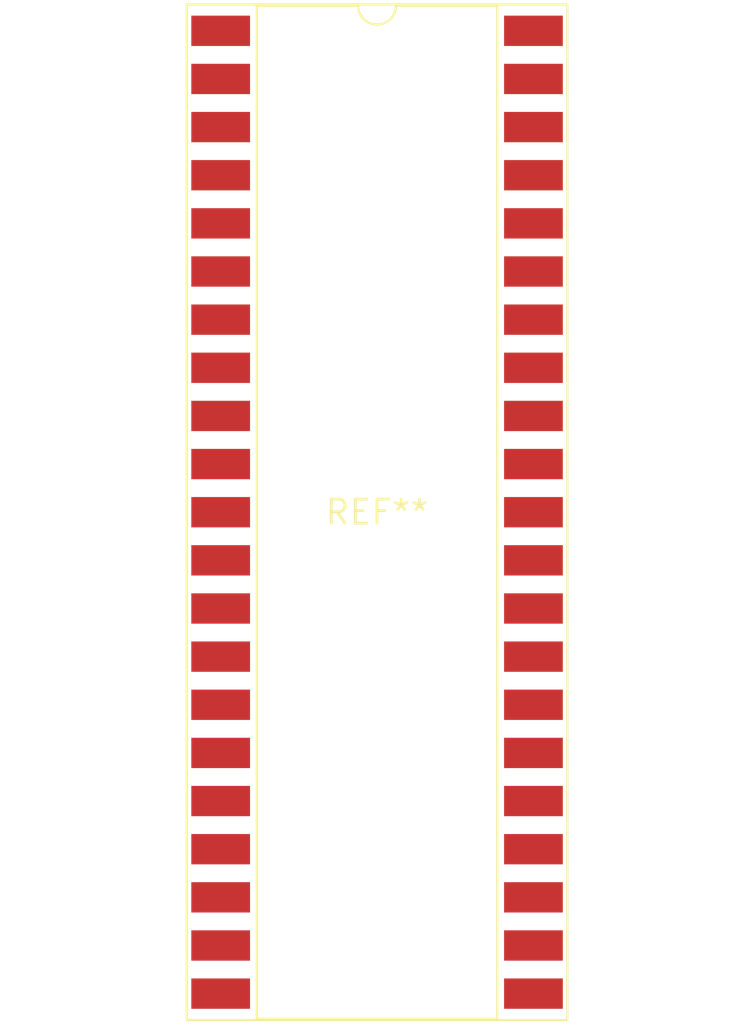
<source format=kicad_pcb>
(kicad_pcb (version 20240108) (generator pcbnew)
  (layers (0 "F.Cu" signal) (31 "B.Cu" signal) (34 "B.Paste" user) (35 "F.Paste" user) (36 "B.SilkS" user "B.Silkscreen") (37 "F.SilkS" user "F.Silkscreen") (38 "B.Mask" user) (39 "F.Mask" user) (44 "Edge.Cuts" user))
  (net 0 "")
  (footprint "DIP-42_W16.51mm_SMDSocket_LongPads" (layer "F.Cu") (at 0 0)
    (property "Reference" "REF**")
    (property "Value" "DIP-42_W16.51mm_SMDSocket_LongPads")
    (fp_line (start -10.045 -26.79) (end -10.045 26.79) (layer "F.SilkS") (stroke (width 0.12)))
    (fp_line (start -10.045 26.79) (end 10.045 26.79) (layer "F.SilkS") (stroke (width 0.12)))
    (fp_line (start -6.345 -26.73) (end -6.345 26.73) (layer "F.SilkS") (stroke (width 0.12)))
    (fp_line (start -6.345 26.73) (end 6.345 26.73) (layer "F.SilkS") (stroke (width 0.12)))
    (fp_line (start -1 -26.73) (end -6.345 -26.73) (layer "F.SilkS") (stroke (width 0.12)))
    (fp_line (start 6.345 -26.73) (end 1 -26.73) (layer "F.SilkS") (stroke (width 0.12)))
    (fp_line (start 6.345 26.73) (end 6.345 -26.73) (layer "F.SilkS") (stroke (width 0.12)))
    (fp_line (start 10.045 -26.79) (end -10.045 -26.79) (layer "F.SilkS") (stroke (width 0.12)))
    (fp_line (start 10.045 26.79) (end 10.045 -26.79) (layer "F.SilkS") (stroke (width 0.12)))
    (fp_arc (start 1 -26.73) (mid 0 -25.73) (end -1 -26.73) (layer "F.SilkS") (stroke (width 0.12)))
    (pad "1" smd rect (at -8.255 -25.4) (size 3.1 1.6) (layers "F.Cu" "F.Paste" "F.Mask"))
    (pad "2" smd rect (at -8.255 -22.86) (size 3.1 1.6) (layers "F.Cu" "F.Paste" "F.Mask"))
    (pad "3" smd rect (at -8.255 -20.32) (size 3.1 1.6) (layers "F.Cu" "F.Paste" "F.Mask"))
    (pad "4" smd rect (at -8.255 -17.78) (size 3.1 1.6) (layers "F.Cu" "F.Paste" "F.Mask"))
    (pad "5" smd rect (at -8.255 -15.24) (size 3.1 1.6) (layers "F.Cu" "F.Paste" "F.Mask"))
    (pad "6" smd rect (at -8.255 -12.7) (size 3.1 1.6) (layers "F.Cu" "F.Paste" "F.Mask"))
    (pad "7" smd rect (at -8.255 -10.16) (size 3.1 1.6) (layers "F.Cu" "F.Paste" "F.Mask"))
    (pad "8" smd rect (at -8.255 -7.62) (size 3.1 1.6) (layers "F.Cu" "F.Paste" "F.Mask"))
    (pad "9" smd rect (at -8.255 -5.08) (size 3.1 1.6) (layers "F.Cu" "F.Paste" "F.Mask"))
    (pad "10" smd rect (at -8.255 -2.54) (size 3.1 1.6) (layers "F.Cu" "F.Paste" "F.Mask"))
    (pad "11" smd rect (at -8.255 0) (size 3.1 1.6) (layers "F.Cu" "F.Paste" "F.Mask"))
    (pad "12" smd rect (at -8.255 2.54) (size 3.1 1.6) (layers "F.Cu" "F.Paste" "F.Mask"))
    (pad "13" smd rect (at -8.255 5.08) (size 3.1 1.6) (layers "F.Cu" "F.Paste" "F.Mask"))
    (pad "14" smd rect (at -8.255 7.62) (size 3.1 1.6) (layers "F.Cu" "F.Paste" "F.Mask"))
    (pad "15" smd rect (at -8.255 10.16) (size 3.1 1.6) (layers "F.Cu" "F.Paste" "F.Mask"))
    (pad "16" smd rect (at -8.255 12.7) (size 3.1 1.6) (layers "F.Cu" "F.Paste" "F.Mask"))
    (pad "17" smd rect (at -8.255 15.24) (size 3.1 1.6) (layers "F.Cu" "F.Paste" "F.Mask"))
    (pad "18" smd rect (at -8.255 17.78) (size 3.1 1.6) (layers "F.Cu" "F.Paste" "F.Mask"))
    (pad "19" smd rect (at -8.255 20.32) (size 3.1 1.6) (layers "F.Cu" "F.Paste" "F.Mask"))
    (pad "20" smd rect (at -8.255 22.86) (size 3.1 1.6) (layers "F.Cu" "F.Paste" "F.Mask"))
    (pad "21" smd rect (at -8.255 25.4) (size 3.1 1.6) (layers "F.Cu" "F.Paste" "F.Mask"))
    (pad "22" smd rect (at 8.255 25.4) (size 3.1 1.6) (layers "F.Cu" "F.Paste" "F.Mask"))
    (pad "23" smd rect (at 8.255 22.86) (size 3.1 1.6) (layers "F.Cu" "F.Paste" "F.Mask"))
    (pad "24" smd rect (at 8.255 20.32) (size 3.1 1.6) (layers "F.Cu" "F.Paste" "F.Mask"))
    (pad "25" smd rect (at 8.255 17.78) (size 3.1 1.6) (layers "F.Cu" "F.Paste" "F.Mask"))
    (pad "26" smd rect (at 8.255 15.24) (size 3.1 1.6) (layers "F.Cu" "F.Paste" "F.Mask"))
    (pad "27" smd rect (at 8.255 12.7) (size 3.1 1.6) (layers "F.Cu" "F.Paste" "F.Mask"))
    (pad "28" smd rect (at 8.255 10.16) (size 3.1 1.6) (layers "F.Cu" "F.Paste" "F.Mask"))
    (pad "29" smd rect (at 8.255 7.62) (size 3.1 1.6) (layers "F.Cu" "F.Paste" "F.Mask"))
    (pad "30" smd rect (at 8.255 5.08) (size 3.1 1.6) (layers "F.Cu" "F.Paste" "F.Mask"))
    (pad "31" smd rect (at 8.255 2.54) (size 3.1 1.6) (layers "F.Cu" "F.Paste" "F.Mask"))
    (pad "32" smd rect (at 8.255 0) (size 3.1 1.6) (layers "F.Cu" "F.Paste" "F.Mask"))
    (pad "33" smd rect (at 8.255 -2.54) (size 3.1 1.6) (layers "F.Cu" "F.Paste" "F.Mask"))
    (pad "34" smd rect (at 8.255 -5.08) (size 3.1 1.6) (layers "F.Cu" "F.Paste" "F.Mask"))
    (pad "35" smd rect (at 8.255 -7.62) (size 3.1 1.6) (layers "F.Cu" "F.Paste" "F.Mask"))
    (pad "36" smd rect (at 8.255 -10.16) (size 3.1 1.6) (layers "F.Cu" "F.Paste" "F.Mask"))
    (pad "37" smd rect (at 8.255 -12.7) (size 3.1 1.6) (layers "F.Cu" "F.Paste" "F.Mask"))
    (pad "38" smd rect (at 8.255 -15.24) (size 3.1 1.6) (layers "F.Cu" "F.Paste" "F.Mask"))
    (pad "39" smd rect (at 8.255 -17.78) (size 3.1 1.6) (layers "F.Cu" "F.Paste" "F.Mask"))
    (pad "40" smd rect (at 8.255 -20.32) (size 3.1 1.6) (layers "F.Cu" "F.Paste" "F.Mask"))
    (pad "41" smd rect (at 8.255 -22.86) (size 3.1 1.6) (layers "F.Cu" "F.Paste" "F.Mask"))
    (pad "42" smd rect (at 8.255 -25.4) (size 3.1 1.6) (layers "F.Cu" "F.Paste" "F.Mask"))
  )
)
</source>
